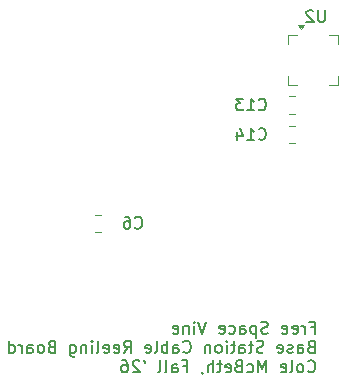
<source format=gbr>
%TF.GenerationSoftware,KiCad,Pcbnew,9.0.5*%
%TF.CreationDate,2025-10-28T16:25:52-07:00*%
%TF.ProjectId,Vine_Basestation_Cable_Reeling,56696e65-5f42-4617-9365-73746174696f,rev?*%
%TF.SameCoordinates,Original*%
%TF.FileFunction,Legend,Bot*%
%TF.FilePolarity,Positive*%
%FSLAX46Y46*%
G04 Gerber Fmt 4.6, Leading zero omitted, Abs format (unit mm)*
G04 Created by KiCad (PCBNEW 9.0.5) date 2025-10-28 16:25:52*
%MOMM*%
%LPD*%
G01*
G04 APERTURE LIST*
%ADD10C,0.152400*%
%ADD11C,0.150000*%
%ADD12C,0.120000*%
G04 APERTURE END LIST*
D10*
X152569165Y-110064139D02*
X152907832Y-110064139D01*
X152907832Y-110596329D02*
X152907832Y-109580329D01*
X152907832Y-109580329D02*
X152424022Y-109580329D01*
X152036975Y-110596329D02*
X152036975Y-109918996D01*
X152036975Y-110112520D02*
X151988594Y-110015758D01*
X151988594Y-110015758D02*
X151940213Y-109967377D01*
X151940213Y-109967377D02*
X151843451Y-109918996D01*
X151843451Y-109918996D02*
X151746689Y-109918996D01*
X151020975Y-110547949D02*
X151117737Y-110596329D01*
X151117737Y-110596329D02*
X151311261Y-110596329D01*
X151311261Y-110596329D02*
X151408023Y-110547949D01*
X151408023Y-110547949D02*
X151456404Y-110451187D01*
X151456404Y-110451187D02*
X151456404Y-110064139D01*
X151456404Y-110064139D02*
X151408023Y-109967377D01*
X151408023Y-109967377D02*
X151311261Y-109918996D01*
X151311261Y-109918996D02*
X151117737Y-109918996D01*
X151117737Y-109918996D02*
X151020975Y-109967377D01*
X151020975Y-109967377D02*
X150972594Y-110064139D01*
X150972594Y-110064139D02*
X150972594Y-110160901D01*
X150972594Y-110160901D02*
X151456404Y-110257663D01*
X150150118Y-110547949D02*
X150246880Y-110596329D01*
X150246880Y-110596329D02*
X150440404Y-110596329D01*
X150440404Y-110596329D02*
X150537166Y-110547949D01*
X150537166Y-110547949D02*
X150585547Y-110451187D01*
X150585547Y-110451187D02*
X150585547Y-110064139D01*
X150585547Y-110064139D02*
X150537166Y-109967377D01*
X150537166Y-109967377D02*
X150440404Y-109918996D01*
X150440404Y-109918996D02*
X150246880Y-109918996D01*
X150246880Y-109918996D02*
X150150118Y-109967377D01*
X150150118Y-109967377D02*
X150101737Y-110064139D01*
X150101737Y-110064139D02*
X150101737Y-110160901D01*
X150101737Y-110160901D02*
X150585547Y-110257663D01*
X148940595Y-110547949D02*
X148795452Y-110596329D01*
X148795452Y-110596329D02*
X148553547Y-110596329D01*
X148553547Y-110596329D02*
X148456785Y-110547949D01*
X148456785Y-110547949D02*
X148408404Y-110499568D01*
X148408404Y-110499568D02*
X148360023Y-110402806D01*
X148360023Y-110402806D02*
X148360023Y-110306044D01*
X148360023Y-110306044D02*
X148408404Y-110209282D01*
X148408404Y-110209282D02*
X148456785Y-110160901D01*
X148456785Y-110160901D02*
X148553547Y-110112520D01*
X148553547Y-110112520D02*
X148747071Y-110064139D01*
X148747071Y-110064139D02*
X148843833Y-110015758D01*
X148843833Y-110015758D02*
X148892214Y-109967377D01*
X148892214Y-109967377D02*
X148940595Y-109870615D01*
X148940595Y-109870615D02*
X148940595Y-109773853D01*
X148940595Y-109773853D02*
X148892214Y-109677091D01*
X148892214Y-109677091D02*
X148843833Y-109628710D01*
X148843833Y-109628710D02*
X148747071Y-109580329D01*
X148747071Y-109580329D02*
X148505166Y-109580329D01*
X148505166Y-109580329D02*
X148360023Y-109628710D01*
X147924595Y-109918996D02*
X147924595Y-110934996D01*
X147924595Y-109967377D02*
X147827833Y-109918996D01*
X147827833Y-109918996D02*
X147634309Y-109918996D01*
X147634309Y-109918996D02*
X147537547Y-109967377D01*
X147537547Y-109967377D02*
X147489166Y-110015758D01*
X147489166Y-110015758D02*
X147440785Y-110112520D01*
X147440785Y-110112520D02*
X147440785Y-110402806D01*
X147440785Y-110402806D02*
X147489166Y-110499568D01*
X147489166Y-110499568D02*
X147537547Y-110547949D01*
X147537547Y-110547949D02*
X147634309Y-110596329D01*
X147634309Y-110596329D02*
X147827833Y-110596329D01*
X147827833Y-110596329D02*
X147924595Y-110547949D01*
X146569928Y-110596329D02*
X146569928Y-110064139D01*
X146569928Y-110064139D02*
X146618309Y-109967377D01*
X146618309Y-109967377D02*
X146715071Y-109918996D01*
X146715071Y-109918996D02*
X146908595Y-109918996D01*
X146908595Y-109918996D02*
X147005357Y-109967377D01*
X146569928Y-110547949D02*
X146666690Y-110596329D01*
X146666690Y-110596329D02*
X146908595Y-110596329D01*
X146908595Y-110596329D02*
X147005357Y-110547949D01*
X147005357Y-110547949D02*
X147053738Y-110451187D01*
X147053738Y-110451187D02*
X147053738Y-110354425D01*
X147053738Y-110354425D02*
X147005357Y-110257663D01*
X147005357Y-110257663D02*
X146908595Y-110209282D01*
X146908595Y-110209282D02*
X146666690Y-110209282D01*
X146666690Y-110209282D02*
X146569928Y-110160901D01*
X145650690Y-110547949D02*
X145747452Y-110596329D01*
X145747452Y-110596329D02*
X145940976Y-110596329D01*
X145940976Y-110596329D02*
X146037738Y-110547949D01*
X146037738Y-110547949D02*
X146086119Y-110499568D01*
X146086119Y-110499568D02*
X146134500Y-110402806D01*
X146134500Y-110402806D02*
X146134500Y-110112520D01*
X146134500Y-110112520D02*
X146086119Y-110015758D01*
X146086119Y-110015758D02*
X146037738Y-109967377D01*
X146037738Y-109967377D02*
X145940976Y-109918996D01*
X145940976Y-109918996D02*
X145747452Y-109918996D01*
X145747452Y-109918996D02*
X145650690Y-109967377D01*
X144828214Y-110547949D02*
X144924976Y-110596329D01*
X144924976Y-110596329D02*
X145118500Y-110596329D01*
X145118500Y-110596329D02*
X145215262Y-110547949D01*
X145215262Y-110547949D02*
X145263643Y-110451187D01*
X145263643Y-110451187D02*
X145263643Y-110064139D01*
X145263643Y-110064139D02*
X145215262Y-109967377D01*
X145215262Y-109967377D02*
X145118500Y-109918996D01*
X145118500Y-109918996D02*
X144924976Y-109918996D01*
X144924976Y-109918996D02*
X144828214Y-109967377D01*
X144828214Y-109967377D02*
X144779833Y-110064139D01*
X144779833Y-110064139D02*
X144779833Y-110160901D01*
X144779833Y-110160901D02*
X145263643Y-110257663D01*
X143715453Y-109580329D02*
X143376786Y-110596329D01*
X143376786Y-110596329D02*
X143038119Y-109580329D01*
X142699453Y-110596329D02*
X142699453Y-109918996D01*
X142699453Y-109580329D02*
X142747834Y-109628710D01*
X142747834Y-109628710D02*
X142699453Y-109677091D01*
X142699453Y-109677091D02*
X142651072Y-109628710D01*
X142651072Y-109628710D02*
X142699453Y-109580329D01*
X142699453Y-109580329D02*
X142699453Y-109677091D01*
X142215643Y-109918996D02*
X142215643Y-110596329D01*
X142215643Y-110015758D02*
X142167262Y-109967377D01*
X142167262Y-109967377D02*
X142070500Y-109918996D01*
X142070500Y-109918996D02*
X141925357Y-109918996D01*
X141925357Y-109918996D02*
X141828595Y-109967377D01*
X141828595Y-109967377D02*
X141780214Y-110064139D01*
X141780214Y-110064139D02*
X141780214Y-110596329D01*
X140909357Y-110547949D02*
X141006119Y-110596329D01*
X141006119Y-110596329D02*
X141199643Y-110596329D01*
X141199643Y-110596329D02*
X141296405Y-110547949D01*
X141296405Y-110547949D02*
X141344786Y-110451187D01*
X141344786Y-110451187D02*
X141344786Y-110064139D01*
X141344786Y-110064139D02*
X141296405Y-109967377D01*
X141296405Y-109967377D02*
X141199643Y-109918996D01*
X141199643Y-109918996D02*
X141006119Y-109918996D01*
X141006119Y-109918996D02*
X140909357Y-109967377D01*
X140909357Y-109967377D02*
X140860976Y-110064139D01*
X140860976Y-110064139D02*
X140860976Y-110160901D01*
X140860976Y-110160901D02*
X141344786Y-110257663D01*
X152569165Y-111699842D02*
X152424022Y-111748223D01*
X152424022Y-111748223D02*
X152375641Y-111796604D01*
X152375641Y-111796604D02*
X152327260Y-111893366D01*
X152327260Y-111893366D02*
X152327260Y-112038509D01*
X152327260Y-112038509D02*
X152375641Y-112135271D01*
X152375641Y-112135271D02*
X152424022Y-112183652D01*
X152424022Y-112183652D02*
X152520784Y-112232032D01*
X152520784Y-112232032D02*
X152907832Y-112232032D01*
X152907832Y-112232032D02*
X152907832Y-111216032D01*
X152907832Y-111216032D02*
X152569165Y-111216032D01*
X152569165Y-111216032D02*
X152472403Y-111264413D01*
X152472403Y-111264413D02*
X152424022Y-111312794D01*
X152424022Y-111312794D02*
X152375641Y-111409556D01*
X152375641Y-111409556D02*
X152375641Y-111506318D01*
X152375641Y-111506318D02*
X152424022Y-111603080D01*
X152424022Y-111603080D02*
X152472403Y-111651461D01*
X152472403Y-111651461D02*
X152569165Y-111699842D01*
X152569165Y-111699842D02*
X152907832Y-111699842D01*
X151456403Y-112232032D02*
X151456403Y-111699842D01*
X151456403Y-111699842D02*
X151504784Y-111603080D01*
X151504784Y-111603080D02*
X151601546Y-111554699D01*
X151601546Y-111554699D02*
X151795070Y-111554699D01*
X151795070Y-111554699D02*
X151891832Y-111603080D01*
X151456403Y-112183652D02*
X151553165Y-112232032D01*
X151553165Y-112232032D02*
X151795070Y-112232032D01*
X151795070Y-112232032D02*
X151891832Y-112183652D01*
X151891832Y-112183652D02*
X151940213Y-112086890D01*
X151940213Y-112086890D02*
X151940213Y-111990128D01*
X151940213Y-111990128D02*
X151891832Y-111893366D01*
X151891832Y-111893366D02*
X151795070Y-111844985D01*
X151795070Y-111844985D02*
X151553165Y-111844985D01*
X151553165Y-111844985D02*
X151456403Y-111796604D01*
X151020975Y-112183652D02*
X150924213Y-112232032D01*
X150924213Y-112232032D02*
X150730689Y-112232032D01*
X150730689Y-112232032D02*
X150633927Y-112183652D01*
X150633927Y-112183652D02*
X150585546Y-112086890D01*
X150585546Y-112086890D02*
X150585546Y-112038509D01*
X150585546Y-112038509D02*
X150633927Y-111941747D01*
X150633927Y-111941747D02*
X150730689Y-111893366D01*
X150730689Y-111893366D02*
X150875832Y-111893366D01*
X150875832Y-111893366D02*
X150972594Y-111844985D01*
X150972594Y-111844985D02*
X151020975Y-111748223D01*
X151020975Y-111748223D02*
X151020975Y-111699842D01*
X151020975Y-111699842D02*
X150972594Y-111603080D01*
X150972594Y-111603080D02*
X150875832Y-111554699D01*
X150875832Y-111554699D02*
X150730689Y-111554699D01*
X150730689Y-111554699D02*
X150633927Y-111603080D01*
X149763070Y-112183652D02*
X149859832Y-112232032D01*
X149859832Y-112232032D02*
X150053356Y-112232032D01*
X150053356Y-112232032D02*
X150150118Y-112183652D01*
X150150118Y-112183652D02*
X150198499Y-112086890D01*
X150198499Y-112086890D02*
X150198499Y-111699842D01*
X150198499Y-111699842D02*
X150150118Y-111603080D01*
X150150118Y-111603080D02*
X150053356Y-111554699D01*
X150053356Y-111554699D02*
X149859832Y-111554699D01*
X149859832Y-111554699D02*
X149763070Y-111603080D01*
X149763070Y-111603080D02*
X149714689Y-111699842D01*
X149714689Y-111699842D02*
X149714689Y-111796604D01*
X149714689Y-111796604D02*
X150198499Y-111893366D01*
X148553547Y-112183652D02*
X148408404Y-112232032D01*
X148408404Y-112232032D02*
X148166499Y-112232032D01*
X148166499Y-112232032D02*
X148069737Y-112183652D01*
X148069737Y-112183652D02*
X148021356Y-112135271D01*
X148021356Y-112135271D02*
X147972975Y-112038509D01*
X147972975Y-112038509D02*
X147972975Y-111941747D01*
X147972975Y-111941747D02*
X148021356Y-111844985D01*
X148021356Y-111844985D02*
X148069737Y-111796604D01*
X148069737Y-111796604D02*
X148166499Y-111748223D01*
X148166499Y-111748223D02*
X148360023Y-111699842D01*
X148360023Y-111699842D02*
X148456785Y-111651461D01*
X148456785Y-111651461D02*
X148505166Y-111603080D01*
X148505166Y-111603080D02*
X148553547Y-111506318D01*
X148553547Y-111506318D02*
X148553547Y-111409556D01*
X148553547Y-111409556D02*
X148505166Y-111312794D01*
X148505166Y-111312794D02*
X148456785Y-111264413D01*
X148456785Y-111264413D02*
X148360023Y-111216032D01*
X148360023Y-111216032D02*
X148118118Y-111216032D01*
X148118118Y-111216032D02*
X147972975Y-111264413D01*
X147682690Y-111554699D02*
X147295642Y-111554699D01*
X147537547Y-111216032D02*
X147537547Y-112086890D01*
X147537547Y-112086890D02*
X147489166Y-112183652D01*
X147489166Y-112183652D02*
X147392404Y-112232032D01*
X147392404Y-112232032D02*
X147295642Y-112232032D01*
X146521547Y-112232032D02*
X146521547Y-111699842D01*
X146521547Y-111699842D02*
X146569928Y-111603080D01*
X146569928Y-111603080D02*
X146666690Y-111554699D01*
X146666690Y-111554699D02*
X146860214Y-111554699D01*
X146860214Y-111554699D02*
X146956976Y-111603080D01*
X146521547Y-112183652D02*
X146618309Y-112232032D01*
X146618309Y-112232032D02*
X146860214Y-112232032D01*
X146860214Y-112232032D02*
X146956976Y-112183652D01*
X146956976Y-112183652D02*
X147005357Y-112086890D01*
X147005357Y-112086890D02*
X147005357Y-111990128D01*
X147005357Y-111990128D02*
X146956976Y-111893366D01*
X146956976Y-111893366D02*
X146860214Y-111844985D01*
X146860214Y-111844985D02*
X146618309Y-111844985D01*
X146618309Y-111844985D02*
X146521547Y-111796604D01*
X146182881Y-111554699D02*
X145795833Y-111554699D01*
X146037738Y-111216032D02*
X146037738Y-112086890D01*
X146037738Y-112086890D02*
X145989357Y-112183652D01*
X145989357Y-112183652D02*
X145892595Y-112232032D01*
X145892595Y-112232032D02*
X145795833Y-112232032D01*
X145457167Y-112232032D02*
X145457167Y-111554699D01*
X145457167Y-111216032D02*
X145505548Y-111264413D01*
X145505548Y-111264413D02*
X145457167Y-111312794D01*
X145457167Y-111312794D02*
X145408786Y-111264413D01*
X145408786Y-111264413D02*
X145457167Y-111216032D01*
X145457167Y-111216032D02*
X145457167Y-111312794D01*
X144828214Y-112232032D02*
X144924976Y-112183652D01*
X144924976Y-112183652D02*
X144973357Y-112135271D01*
X144973357Y-112135271D02*
X145021738Y-112038509D01*
X145021738Y-112038509D02*
X145021738Y-111748223D01*
X145021738Y-111748223D02*
X144973357Y-111651461D01*
X144973357Y-111651461D02*
X144924976Y-111603080D01*
X144924976Y-111603080D02*
X144828214Y-111554699D01*
X144828214Y-111554699D02*
X144683071Y-111554699D01*
X144683071Y-111554699D02*
X144586309Y-111603080D01*
X144586309Y-111603080D02*
X144537928Y-111651461D01*
X144537928Y-111651461D02*
X144489547Y-111748223D01*
X144489547Y-111748223D02*
X144489547Y-112038509D01*
X144489547Y-112038509D02*
X144537928Y-112135271D01*
X144537928Y-112135271D02*
X144586309Y-112183652D01*
X144586309Y-112183652D02*
X144683071Y-112232032D01*
X144683071Y-112232032D02*
X144828214Y-112232032D01*
X144054119Y-111554699D02*
X144054119Y-112232032D01*
X144054119Y-111651461D02*
X144005738Y-111603080D01*
X144005738Y-111603080D02*
X143908976Y-111554699D01*
X143908976Y-111554699D02*
X143763833Y-111554699D01*
X143763833Y-111554699D02*
X143667071Y-111603080D01*
X143667071Y-111603080D02*
X143618690Y-111699842D01*
X143618690Y-111699842D02*
X143618690Y-112232032D01*
X141780214Y-112135271D02*
X141828595Y-112183652D01*
X141828595Y-112183652D02*
X141973738Y-112232032D01*
X141973738Y-112232032D02*
X142070500Y-112232032D01*
X142070500Y-112232032D02*
X142215643Y-112183652D01*
X142215643Y-112183652D02*
X142312405Y-112086890D01*
X142312405Y-112086890D02*
X142360786Y-111990128D01*
X142360786Y-111990128D02*
X142409167Y-111796604D01*
X142409167Y-111796604D02*
X142409167Y-111651461D01*
X142409167Y-111651461D02*
X142360786Y-111457937D01*
X142360786Y-111457937D02*
X142312405Y-111361175D01*
X142312405Y-111361175D02*
X142215643Y-111264413D01*
X142215643Y-111264413D02*
X142070500Y-111216032D01*
X142070500Y-111216032D02*
X141973738Y-111216032D01*
X141973738Y-111216032D02*
X141828595Y-111264413D01*
X141828595Y-111264413D02*
X141780214Y-111312794D01*
X140909357Y-112232032D02*
X140909357Y-111699842D01*
X140909357Y-111699842D02*
X140957738Y-111603080D01*
X140957738Y-111603080D02*
X141054500Y-111554699D01*
X141054500Y-111554699D02*
X141248024Y-111554699D01*
X141248024Y-111554699D02*
X141344786Y-111603080D01*
X140909357Y-112183652D02*
X141006119Y-112232032D01*
X141006119Y-112232032D02*
X141248024Y-112232032D01*
X141248024Y-112232032D02*
X141344786Y-112183652D01*
X141344786Y-112183652D02*
X141393167Y-112086890D01*
X141393167Y-112086890D02*
X141393167Y-111990128D01*
X141393167Y-111990128D02*
X141344786Y-111893366D01*
X141344786Y-111893366D02*
X141248024Y-111844985D01*
X141248024Y-111844985D02*
X141006119Y-111844985D01*
X141006119Y-111844985D02*
X140909357Y-111796604D01*
X140425548Y-112232032D02*
X140425548Y-111216032D01*
X140425548Y-111603080D02*
X140328786Y-111554699D01*
X140328786Y-111554699D02*
X140135262Y-111554699D01*
X140135262Y-111554699D02*
X140038500Y-111603080D01*
X140038500Y-111603080D02*
X139990119Y-111651461D01*
X139990119Y-111651461D02*
X139941738Y-111748223D01*
X139941738Y-111748223D02*
X139941738Y-112038509D01*
X139941738Y-112038509D02*
X139990119Y-112135271D01*
X139990119Y-112135271D02*
X140038500Y-112183652D01*
X140038500Y-112183652D02*
X140135262Y-112232032D01*
X140135262Y-112232032D02*
X140328786Y-112232032D01*
X140328786Y-112232032D02*
X140425548Y-112183652D01*
X139361167Y-112232032D02*
X139457929Y-112183652D01*
X139457929Y-112183652D02*
X139506310Y-112086890D01*
X139506310Y-112086890D02*
X139506310Y-111216032D01*
X138587072Y-112183652D02*
X138683834Y-112232032D01*
X138683834Y-112232032D02*
X138877358Y-112232032D01*
X138877358Y-112232032D02*
X138974120Y-112183652D01*
X138974120Y-112183652D02*
X139022501Y-112086890D01*
X139022501Y-112086890D02*
X139022501Y-111699842D01*
X139022501Y-111699842D02*
X138974120Y-111603080D01*
X138974120Y-111603080D02*
X138877358Y-111554699D01*
X138877358Y-111554699D02*
X138683834Y-111554699D01*
X138683834Y-111554699D02*
X138587072Y-111603080D01*
X138587072Y-111603080D02*
X138538691Y-111699842D01*
X138538691Y-111699842D02*
X138538691Y-111796604D01*
X138538691Y-111796604D02*
X139022501Y-111893366D01*
X136748596Y-112232032D02*
X137087263Y-111748223D01*
X137329168Y-112232032D02*
X137329168Y-111216032D01*
X137329168Y-111216032D02*
X136942120Y-111216032D01*
X136942120Y-111216032D02*
X136845358Y-111264413D01*
X136845358Y-111264413D02*
X136796977Y-111312794D01*
X136796977Y-111312794D02*
X136748596Y-111409556D01*
X136748596Y-111409556D02*
X136748596Y-111554699D01*
X136748596Y-111554699D02*
X136796977Y-111651461D01*
X136796977Y-111651461D02*
X136845358Y-111699842D01*
X136845358Y-111699842D02*
X136942120Y-111748223D01*
X136942120Y-111748223D02*
X137329168Y-111748223D01*
X135926120Y-112183652D02*
X136022882Y-112232032D01*
X136022882Y-112232032D02*
X136216406Y-112232032D01*
X136216406Y-112232032D02*
X136313168Y-112183652D01*
X136313168Y-112183652D02*
X136361549Y-112086890D01*
X136361549Y-112086890D02*
X136361549Y-111699842D01*
X136361549Y-111699842D02*
X136313168Y-111603080D01*
X136313168Y-111603080D02*
X136216406Y-111554699D01*
X136216406Y-111554699D02*
X136022882Y-111554699D01*
X136022882Y-111554699D02*
X135926120Y-111603080D01*
X135926120Y-111603080D02*
X135877739Y-111699842D01*
X135877739Y-111699842D02*
X135877739Y-111796604D01*
X135877739Y-111796604D02*
X136361549Y-111893366D01*
X135055263Y-112183652D02*
X135152025Y-112232032D01*
X135152025Y-112232032D02*
X135345549Y-112232032D01*
X135345549Y-112232032D02*
X135442311Y-112183652D01*
X135442311Y-112183652D02*
X135490692Y-112086890D01*
X135490692Y-112086890D02*
X135490692Y-111699842D01*
X135490692Y-111699842D02*
X135442311Y-111603080D01*
X135442311Y-111603080D02*
X135345549Y-111554699D01*
X135345549Y-111554699D02*
X135152025Y-111554699D01*
X135152025Y-111554699D02*
X135055263Y-111603080D01*
X135055263Y-111603080D02*
X135006882Y-111699842D01*
X135006882Y-111699842D02*
X135006882Y-111796604D01*
X135006882Y-111796604D02*
X135490692Y-111893366D01*
X134426311Y-112232032D02*
X134523073Y-112183652D01*
X134523073Y-112183652D02*
X134571454Y-112086890D01*
X134571454Y-112086890D02*
X134571454Y-111216032D01*
X134039264Y-112232032D02*
X134039264Y-111554699D01*
X134039264Y-111216032D02*
X134087645Y-111264413D01*
X134087645Y-111264413D02*
X134039264Y-111312794D01*
X134039264Y-111312794D02*
X133990883Y-111264413D01*
X133990883Y-111264413D02*
X134039264Y-111216032D01*
X134039264Y-111216032D02*
X134039264Y-111312794D01*
X133555454Y-111554699D02*
X133555454Y-112232032D01*
X133555454Y-111651461D02*
X133507073Y-111603080D01*
X133507073Y-111603080D02*
X133410311Y-111554699D01*
X133410311Y-111554699D02*
X133265168Y-111554699D01*
X133265168Y-111554699D02*
X133168406Y-111603080D01*
X133168406Y-111603080D02*
X133120025Y-111699842D01*
X133120025Y-111699842D02*
X133120025Y-112232032D01*
X132200787Y-111554699D02*
X132200787Y-112377175D01*
X132200787Y-112377175D02*
X132249168Y-112473937D01*
X132249168Y-112473937D02*
X132297549Y-112522318D01*
X132297549Y-112522318D02*
X132394311Y-112570699D01*
X132394311Y-112570699D02*
X132539454Y-112570699D01*
X132539454Y-112570699D02*
X132636216Y-112522318D01*
X132200787Y-112183652D02*
X132297549Y-112232032D01*
X132297549Y-112232032D02*
X132491073Y-112232032D01*
X132491073Y-112232032D02*
X132587835Y-112183652D01*
X132587835Y-112183652D02*
X132636216Y-112135271D01*
X132636216Y-112135271D02*
X132684597Y-112038509D01*
X132684597Y-112038509D02*
X132684597Y-111748223D01*
X132684597Y-111748223D02*
X132636216Y-111651461D01*
X132636216Y-111651461D02*
X132587835Y-111603080D01*
X132587835Y-111603080D02*
X132491073Y-111554699D01*
X132491073Y-111554699D02*
X132297549Y-111554699D01*
X132297549Y-111554699D02*
X132200787Y-111603080D01*
X130604216Y-111699842D02*
X130459073Y-111748223D01*
X130459073Y-111748223D02*
X130410692Y-111796604D01*
X130410692Y-111796604D02*
X130362311Y-111893366D01*
X130362311Y-111893366D02*
X130362311Y-112038509D01*
X130362311Y-112038509D02*
X130410692Y-112135271D01*
X130410692Y-112135271D02*
X130459073Y-112183652D01*
X130459073Y-112183652D02*
X130555835Y-112232032D01*
X130555835Y-112232032D02*
X130942883Y-112232032D01*
X130942883Y-112232032D02*
X130942883Y-111216032D01*
X130942883Y-111216032D02*
X130604216Y-111216032D01*
X130604216Y-111216032D02*
X130507454Y-111264413D01*
X130507454Y-111264413D02*
X130459073Y-111312794D01*
X130459073Y-111312794D02*
X130410692Y-111409556D01*
X130410692Y-111409556D02*
X130410692Y-111506318D01*
X130410692Y-111506318D02*
X130459073Y-111603080D01*
X130459073Y-111603080D02*
X130507454Y-111651461D01*
X130507454Y-111651461D02*
X130604216Y-111699842D01*
X130604216Y-111699842D02*
X130942883Y-111699842D01*
X129781740Y-112232032D02*
X129878502Y-112183652D01*
X129878502Y-112183652D02*
X129926883Y-112135271D01*
X129926883Y-112135271D02*
X129975264Y-112038509D01*
X129975264Y-112038509D02*
X129975264Y-111748223D01*
X129975264Y-111748223D02*
X129926883Y-111651461D01*
X129926883Y-111651461D02*
X129878502Y-111603080D01*
X129878502Y-111603080D02*
X129781740Y-111554699D01*
X129781740Y-111554699D02*
X129636597Y-111554699D01*
X129636597Y-111554699D02*
X129539835Y-111603080D01*
X129539835Y-111603080D02*
X129491454Y-111651461D01*
X129491454Y-111651461D02*
X129443073Y-111748223D01*
X129443073Y-111748223D02*
X129443073Y-112038509D01*
X129443073Y-112038509D02*
X129491454Y-112135271D01*
X129491454Y-112135271D02*
X129539835Y-112183652D01*
X129539835Y-112183652D02*
X129636597Y-112232032D01*
X129636597Y-112232032D02*
X129781740Y-112232032D01*
X128572216Y-112232032D02*
X128572216Y-111699842D01*
X128572216Y-111699842D02*
X128620597Y-111603080D01*
X128620597Y-111603080D02*
X128717359Y-111554699D01*
X128717359Y-111554699D02*
X128910883Y-111554699D01*
X128910883Y-111554699D02*
X129007645Y-111603080D01*
X128572216Y-112183652D02*
X128668978Y-112232032D01*
X128668978Y-112232032D02*
X128910883Y-112232032D01*
X128910883Y-112232032D02*
X129007645Y-112183652D01*
X129007645Y-112183652D02*
X129056026Y-112086890D01*
X129056026Y-112086890D02*
X129056026Y-111990128D01*
X129056026Y-111990128D02*
X129007645Y-111893366D01*
X129007645Y-111893366D02*
X128910883Y-111844985D01*
X128910883Y-111844985D02*
X128668978Y-111844985D01*
X128668978Y-111844985D02*
X128572216Y-111796604D01*
X128088407Y-112232032D02*
X128088407Y-111554699D01*
X128088407Y-111748223D02*
X128040026Y-111651461D01*
X128040026Y-111651461D02*
X127991645Y-111603080D01*
X127991645Y-111603080D02*
X127894883Y-111554699D01*
X127894883Y-111554699D02*
X127798121Y-111554699D01*
X127024026Y-112232032D02*
X127024026Y-111216032D01*
X127024026Y-112183652D02*
X127120788Y-112232032D01*
X127120788Y-112232032D02*
X127314312Y-112232032D01*
X127314312Y-112232032D02*
X127411074Y-112183652D01*
X127411074Y-112183652D02*
X127459455Y-112135271D01*
X127459455Y-112135271D02*
X127507836Y-112038509D01*
X127507836Y-112038509D02*
X127507836Y-111748223D01*
X127507836Y-111748223D02*
X127459455Y-111651461D01*
X127459455Y-111651461D02*
X127411074Y-111603080D01*
X127411074Y-111603080D02*
X127314312Y-111554699D01*
X127314312Y-111554699D02*
X127120788Y-111554699D01*
X127120788Y-111554699D02*
X127024026Y-111603080D01*
X152327260Y-113770974D02*
X152375641Y-113819355D01*
X152375641Y-113819355D02*
X152520784Y-113867735D01*
X152520784Y-113867735D02*
X152617546Y-113867735D01*
X152617546Y-113867735D02*
X152762689Y-113819355D01*
X152762689Y-113819355D02*
X152859451Y-113722593D01*
X152859451Y-113722593D02*
X152907832Y-113625831D01*
X152907832Y-113625831D02*
X152956213Y-113432307D01*
X152956213Y-113432307D02*
X152956213Y-113287164D01*
X152956213Y-113287164D02*
X152907832Y-113093640D01*
X152907832Y-113093640D02*
X152859451Y-112996878D01*
X152859451Y-112996878D02*
X152762689Y-112900116D01*
X152762689Y-112900116D02*
X152617546Y-112851735D01*
X152617546Y-112851735D02*
X152520784Y-112851735D01*
X152520784Y-112851735D02*
X152375641Y-112900116D01*
X152375641Y-112900116D02*
X152327260Y-112948497D01*
X151746689Y-113867735D02*
X151843451Y-113819355D01*
X151843451Y-113819355D02*
X151891832Y-113770974D01*
X151891832Y-113770974D02*
X151940213Y-113674212D01*
X151940213Y-113674212D02*
X151940213Y-113383926D01*
X151940213Y-113383926D02*
X151891832Y-113287164D01*
X151891832Y-113287164D02*
X151843451Y-113238783D01*
X151843451Y-113238783D02*
X151746689Y-113190402D01*
X151746689Y-113190402D02*
X151601546Y-113190402D01*
X151601546Y-113190402D02*
X151504784Y-113238783D01*
X151504784Y-113238783D02*
X151456403Y-113287164D01*
X151456403Y-113287164D02*
X151408022Y-113383926D01*
X151408022Y-113383926D02*
X151408022Y-113674212D01*
X151408022Y-113674212D02*
X151456403Y-113770974D01*
X151456403Y-113770974D02*
X151504784Y-113819355D01*
X151504784Y-113819355D02*
X151601546Y-113867735D01*
X151601546Y-113867735D02*
X151746689Y-113867735D01*
X150827451Y-113867735D02*
X150924213Y-113819355D01*
X150924213Y-113819355D02*
X150972594Y-113722593D01*
X150972594Y-113722593D02*
X150972594Y-112851735D01*
X150053356Y-113819355D02*
X150150118Y-113867735D01*
X150150118Y-113867735D02*
X150343642Y-113867735D01*
X150343642Y-113867735D02*
X150440404Y-113819355D01*
X150440404Y-113819355D02*
X150488785Y-113722593D01*
X150488785Y-113722593D02*
X150488785Y-113335545D01*
X150488785Y-113335545D02*
X150440404Y-113238783D01*
X150440404Y-113238783D02*
X150343642Y-113190402D01*
X150343642Y-113190402D02*
X150150118Y-113190402D01*
X150150118Y-113190402D02*
X150053356Y-113238783D01*
X150053356Y-113238783D02*
X150004975Y-113335545D01*
X150004975Y-113335545D02*
X150004975Y-113432307D01*
X150004975Y-113432307D02*
X150488785Y-113529069D01*
X148795452Y-113867735D02*
X148795452Y-112851735D01*
X148795452Y-112851735D02*
X148456785Y-113577450D01*
X148456785Y-113577450D02*
X148118118Y-112851735D01*
X148118118Y-112851735D02*
X148118118Y-113867735D01*
X147198880Y-113819355D02*
X147295642Y-113867735D01*
X147295642Y-113867735D02*
X147489166Y-113867735D01*
X147489166Y-113867735D02*
X147585928Y-113819355D01*
X147585928Y-113819355D02*
X147634309Y-113770974D01*
X147634309Y-113770974D02*
X147682690Y-113674212D01*
X147682690Y-113674212D02*
X147682690Y-113383926D01*
X147682690Y-113383926D02*
X147634309Y-113287164D01*
X147634309Y-113287164D02*
X147585928Y-113238783D01*
X147585928Y-113238783D02*
X147489166Y-113190402D01*
X147489166Y-113190402D02*
X147295642Y-113190402D01*
X147295642Y-113190402D02*
X147198880Y-113238783D01*
X146424785Y-113335545D02*
X146279642Y-113383926D01*
X146279642Y-113383926D02*
X146231261Y-113432307D01*
X146231261Y-113432307D02*
X146182880Y-113529069D01*
X146182880Y-113529069D02*
X146182880Y-113674212D01*
X146182880Y-113674212D02*
X146231261Y-113770974D01*
X146231261Y-113770974D02*
X146279642Y-113819355D01*
X146279642Y-113819355D02*
X146376404Y-113867735D01*
X146376404Y-113867735D02*
X146763452Y-113867735D01*
X146763452Y-113867735D02*
X146763452Y-112851735D01*
X146763452Y-112851735D02*
X146424785Y-112851735D01*
X146424785Y-112851735D02*
X146328023Y-112900116D01*
X146328023Y-112900116D02*
X146279642Y-112948497D01*
X146279642Y-112948497D02*
X146231261Y-113045259D01*
X146231261Y-113045259D02*
X146231261Y-113142021D01*
X146231261Y-113142021D02*
X146279642Y-113238783D01*
X146279642Y-113238783D02*
X146328023Y-113287164D01*
X146328023Y-113287164D02*
X146424785Y-113335545D01*
X146424785Y-113335545D02*
X146763452Y-113335545D01*
X145360404Y-113819355D02*
X145457166Y-113867735D01*
X145457166Y-113867735D02*
X145650690Y-113867735D01*
X145650690Y-113867735D02*
X145747452Y-113819355D01*
X145747452Y-113819355D02*
X145795833Y-113722593D01*
X145795833Y-113722593D02*
X145795833Y-113335545D01*
X145795833Y-113335545D02*
X145747452Y-113238783D01*
X145747452Y-113238783D02*
X145650690Y-113190402D01*
X145650690Y-113190402D02*
X145457166Y-113190402D01*
X145457166Y-113190402D02*
X145360404Y-113238783D01*
X145360404Y-113238783D02*
X145312023Y-113335545D01*
X145312023Y-113335545D02*
X145312023Y-113432307D01*
X145312023Y-113432307D02*
X145795833Y-113529069D01*
X145021738Y-113190402D02*
X144634690Y-113190402D01*
X144876595Y-112851735D02*
X144876595Y-113722593D01*
X144876595Y-113722593D02*
X144828214Y-113819355D01*
X144828214Y-113819355D02*
X144731452Y-113867735D01*
X144731452Y-113867735D02*
X144634690Y-113867735D01*
X144296024Y-113867735D02*
X144296024Y-112851735D01*
X143860595Y-113867735D02*
X143860595Y-113335545D01*
X143860595Y-113335545D02*
X143908976Y-113238783D01*
X143908976Y-113238783D02*
X144005738Y-113190402D01*
X144005738Y-113190402D02*
X144150881Y-113190402D01*
X144150881Y-113190402D02*
X144247643Y-113238783D01*
X144247643Y-113238783D02*
X144296024Y-113287164D01*
X143328405Y-113819355D02*
X143328405Y-113867735D01*
X143328405Y-113867735D02*
X143376786Y-113964497D01*
X143376786Y-113964497D02*
X143425167Y-114012878D01*
X141780214Y-113335545D02*
X142118881Y-113335545D01*
X142118881Y-113867735D02*
X142118881Y-112851735D01*
X142118881Y-112851735D02*
X141635071Y-112851735D01*
X140812595Y-113867735D02*
X140812595Y-113335545D01*
X140812595Y-113335545D02*
X140860976Y-113238783D01*
X140860976Y-113238783D02*
X140957738Y-113190402D01*
X140957738Y-113190402D02*
X141151262Y-113190402D01*
X141151262Y-113190402D02*
X141248024Y-113238783D01*
X140812595Y-113819355D02*
X140909357Y-113867735D01*
X140909357Y-113867735D02*
X141151262Y-113867735D01*
X141151262Y-113867735D02*
X141248024Y-113819355D01*
X141248024Y-113819355D02*
X141296405Y-113722593D01*
X141296405Y-113722593D02*
X141296405Y-113625831D01*
X141296405Y-113625831D02*
X141248024Y-113529069D01*
X141248024Y-113529069D02*
X141151262Y-113480688D01*
X141151262Y-113480688D02*
X140909357Y-113480688D01*
X140909357Y-113480688D02*
X140812595Y-113432307D01*
X140183643Y-113867735D02*
X140280405Y-113819355D01*
X140280405Y-113819355D02*
X140328786Y-113722593D01*
X140328786Y-113722593D02*
X140328786Y-112851735D01*
X139651453Y-113867735D02*
X139748215Y-113819355D01*
X139748215Y-113819355D02*
X139796596Y-113722593D01*
X139796596Y-113722593D02*
X139796596Y-112851735D01*
X138441930Y-112851735D02*
X138538692Y-113045259D01*
X138054882Y-112948497D02*
X138006501Y-112900116D01*
X138006501Y-112900116D02*
X137909739Y-112851735D01*
X137909739Y-112851735D02*
X137667834Y-112851735D01*
X137667834Y-112851735D02*
X137571072Y-112900116D01*
X137571072Y-112900116D02*
X137522691Y-112948497D01*
X137522691Y-112948497D02*
X137474310Y-113045259D01*
X137474310Y-113045259D02*
X137474310Y-113142021D01*
X137474310Y-113142021D02*
X137522691Y-113287164D01*
X137522691Y-113287164D02*
X138103263Y-113867735D01*
X138103263Y-113867735D02*
X137474310Y-113867735D01*
X136603453Y-112851735D02*
X136796977Y-112851735D01*
X136796977Y-112851735D02*
X136893739Y-112900116D01*
X136893739Y-112900116D02*
X136942120Y-112948497D01*
X136942120Y-112948497D02*
X137038882Y-113093640D01*
X137038882Y-113093640D02*
X137087263Y-113287164D01*
X137087263Y-113287164D02*
X137087263Y-113674212D01*
X137087263Y-113674212D02*
X137038882Y-113770974D01*
X137038882Y-113770974D02*
X136990501Y-113819355D01*
X136990501Y-113819355D02*
X136893739Y-113867735D01*
X136893739Y-113867735D02*
X136700215Y-113867735D01*
X136700215Y-113867735D02*
X136603453Y-113819355D01*
X136603453Y-113819355D02*
X136555072Y-113770974D01*
X136555072Y-113770974D02*
X136506691Y-113674212D01*
X136506691Y-113674212D02*
X136506691Y-113432307D01*
X136506691Y-113432307D02*
X136555072Y-113335545D01*
X136555072Y-113335545D02*
X136603453Y-113287164D01*
X136603453Y-113287164D02*
X136700215Y-113238783D01*
X136700215Y-113238783D02*
X136893739Y-113238783D01*
X136893739Y-113238783D02*
X136990501Y-113287164D01*
X136990501Y-113287164D02*
X137038882Y-113335545D01*
X137038882Y-113335545D02*
X137087263Y-113432307D01*
D11*
X153761904Y-83204819D02*
X153761904Y-84014342D01*
X153761904Y-84014342D02*
X153714285Y-84109580D01*
X153714285Y-84109580D02*
X153666666Y-84157200D01*
X153666666Y-84157200D02*
X153571428Y-84204819D01*
X153571428Y-84204819D02*
X153380952Y-84204819D01*
X153380952Y-84204819D02*
X153285714Y-84157200D01*
X153285714Y-84157200D02*
X153238095Y-84109580D01*
X153238095Y-84109580D02*
X153190476Y-84014342D01*
X153190476Y-84014342D02*
X153190476Y-83204819D01*
X152761904Y-83300057D02*
X152714285Y-83252438D01*
X152714285Y-83252438D02*
X152619047Y-83204819D01*
X152619047Y-83204819D02*
X152380952Y-83204819D01*
X152380952Y-83204819D02*
X152285714Y-83252438D01*
X152285714Y-83252438D02*
X152238095Y-83300057D01*
X152238095Y-83300057D02*
X152190476Y-83395295D01*
X152190476Y-83395295D02*
X152190476Y-83490533D01*
X152190476Y-83490533D02*
X152238095Y-83633390D01*
X152238095Y-83633390D02*
X152809523Y-84204819D01*
X152809523Y-84204819D02*
X152190476Y-84204819D01*
X137666666Y-101609580D02*
X137714285Y-101657200D01*
X137714285Y-101657200D02*
X137857142Y-101704819D01*
X137857142Y-101704819D02*
X137952380Y-101704819D01*
X137952380Y-101704819D02*
X138095237Y-101657200D01*
X138095237Y-101657200D02*
X138190475Y-101561961D01*
X138190475Y-101561961D02*
X138238094Y-101466723D01*
X138238094Y-101466723D02*
X138285713Y-101276247D01*
X138285713Y-101276247D02*
X138285713Y-101133390D01*
X138285713Y-101133390D02*
X138238094Y-100942914D01*
X138238094Y-100942914D02*
X138190475Y-100847676D01*
X138190475Y-100847676D02*
X138095237Y-100752438D01*
X138095237Y-100752438D02*
X137952380Y-100704819D01*
X137952380Y-100704819D02*
X137857142Y-100704819D01*
X137857142Y-100704819D02*
X137714285Y-100752438D01*
X137714285Y-100752438D02*
X137666666Y-100800057D01*
X136809523Y-100704819D02*
X136999999Y-100704819D01*
X136999999Y-100704819D02*
X137095237Y-100752438D01*
X137095237Y-100752438D02*
X137142856Y-100800057D01*
X137142856Y-100800057D02*
X137238094Y-100942914D01*
X137238094Y-100942914D02*
X137285713Y-101133390D01*
X137285713Y-101133390D02*
X137285713Y-101514342D01*
X137285713Y-101514342D02*
X137238094Y-101609580D01*
X137238094Y-101609580D02*
X137190475Y-101657200D01*
X137190475Y-101657200D02*
X137095237Y-101704819D01*
X137095237Y-101704819D02*
X136904761Y-101704819D01*
X136904761Y-101704819D02*
X136809523Y-101657200D01*
X136809523Y-101657200D02*
X136761904Y-101609580D01*
X136761904Y-101609580D02*
X136714285Y-101514342D01*
X136714285Y-101514342D02*
X136714285Y-101276247D01*
X136714285Y-101276247D02*
X136761904Y-101181009D01*
X136761904Y-101181009D02*
X136809523Y-101133390D01*
X136809523Y-101133390D02*
X136904761Y-101085771D01*
X136904761Y-101085771D02*
X137095237Y-101085771D01*
X137095237Y-101085771D02*
X137190475Y-101133390D01*
X137190475Y-101133390D02*
X137238094Y-101181009D01*
X137238094Y-101181009D02*
X137285713Y-101276247D01*
X148142857Y-94109580D02*
X148190476Y-94157200D01*
X148190476Y-94157200D02*
X148333333Y-94204819D01*
X148333333Y-94204819D02*
X148428571Y-94204819D01*
X148428571Y-94204819D02*
X148571428Y-94157200D01*
X148571428Y-94157200D02*
X148666666Y-94061961D01*
X148666666Y-94061961D02*
X148714285Y-93966723D01*
X148714285Y-93966723D02*
X148761904Y-93776247D01*
X148761904Y-93776247D02*
X148761904Y-93633390D01*
X148761904Y-93633390D02*
X148714285Y-93442914D01*
X148714285Y-93442914D02*
X148666666Y-93347676D01*
X148666666Y-93347676D02*
X148571428Y-93252438D01*
X148571428Y-93252438D02*
X148428571Y-93204819D01*
X148428571Y-93204819D02*
X148333333Y-93204819D01*
X148333333Y-93204819D02*
X148190476Y-93252438D01*
X148190476Y-93252438D02*
X148142857Y-93300057D01*
X147190476Y-94204819D02*
X147761904Y-94204819D01*
X147476190Y-94204819D02*
X147476190Y-93204819D01*
X147476190Y-93204819D02*
X147571428Y-93347676D01*
X147571428Y-93347676D02*
X147666666Y-93442914D01*
X147666666Y-93442914D02*
X147761904Y-93490533D01*
X146333333Y-93538152D02*
X146333333Y-94204819D01*
X146571428Y-93157200D02*
X146809523Y-93871485D01*
X146809523Y-93871485D02*
X146190476Y-93871485D01*
X148142857Y-91609580D02*
X148190476Y-91657200D01*
X148190476Y-91657200D02*
X148333333Y-91704819D01*
X148333333Y-91704819D02*
X148428571Y-91704819D01*
X148428571Y-91704819D02*
X148571428Y-91657200D01*
X148571428Y-91657200D02*
X148666666Y-91561961D01*
X148666666Y-91561961D02*
X148714285Y-91466723D01*
X148714285Y-91466723D02*
X148761904Y-91276247D01*
X148761904Y-91276247D02*
X148761904Y-91133390D01*
X148761904Y-91133390D02*
X148714285Y-90942914D01*
X148714285Y-90942914D02*
X148666666Y-90847676D01*
X148666666Y-90847676D02*
X148571428Y-90752438D01*
X148571428Y-90752438D02*
X148428571Y-90704819D01*
X148428571Y-90704819D02*
X148333333Y-90704819D01*
X148333333Y-90704819D02*
X148190476Y-90752438D01*
X148190476Y-90752438D02*
X148142857Y-90800057D01*
X147190476Y-91704819D02*
X147761904Y-91704819D01*
X147476190Y-91704819D02*
X147476190Y-90704819D01*
X147476190Y-90704819D02*
X147571428Y-90847676D01*
X147571428Y-90847676D02*
X147666666Y-90942914D01*
X147666666Y-90942914D02*
X147761904Y-90990533D01*
X146857142Y-90704819D02*
X146238095Y-90704819D01*
X146238095Y-90704819D02*
X146571428Y-91085771D01*
X146571428Y-91085771D02*
X146428571Y-91085771D01*
X146428571Y-91085771D02*
X146333333Y-91133390D01*
X146333333Y-91133390D02*
X146285714Y-91181009D01*
X146285714Y-91181009D02*
X146238095Y-91276247D01*
X146238095Y-91276247D02*
X146238095Y-91514342D01*
X146238095Y-91514342D02*
X146285714Y-91609580D01*
X146285714Y-91609580D02*
X146333333Y-91657200D01*
X146333333Y-91657200D02*
X146428571Y-91704819D01*
X146428571Y-91704819D02*
X146714285Y-91704819D01*
X146714285Y-91704819D02*
X146809523Y-91657200D01*
X146809523Y-91657200D02*
X146857142Y-91609580D01*
D12*
%TO.C,U2*%
X150640000Y-85327500D02*
X150640000Y-86052500D01*
X150640000Y-88822500D02*
X150640000Y-89547500D01*
X150640000Y-89547500D02*
X151365000Y-89547500D01*
X151365000Y-85327500D02*
X150640000Y-85327500D01*
X154135000Y-89547500D02*
X154860000Y-89547500D01*
X154860000Y-85327500D02*
X154135000Y-85327500D01*
X154860000Y-86052500D02*
X154860000Y-85327500D01*
X154860000Y-89547500D02*
X154860000Y-88822500D01*
X151750000Y-84827500D02*
X151510000Y-84497500D01*
X151990000Y-84497500D01*
X151750000Y-84827500D01*
G36*
X151750000Y-84827500D02*
G01*
X151510000Y-84497500D01*
X151990000Y-84497500D01*
X151750000Y-84827500D01*
G37*
%TO.C,C6*%
X134288748Y-100515000D02*
X134811252Y-100515000D01*
X134288748Y-101985000D02*
X134811252Y-101985000D01*
%TO.C,C14*%
X151211252Y-93015000D02*
X150688748Y-93015000D01*
X151211252Y-94485000D02*
X150688748Y-94485000D01*
%TO.C,C13*%
X151211252Y-90515000D02*
X150688748Y-90515000D01*
X151211252Y-91985000D02*
X150688748Y-91985000D01*
%TD*%
M02*

</source>
